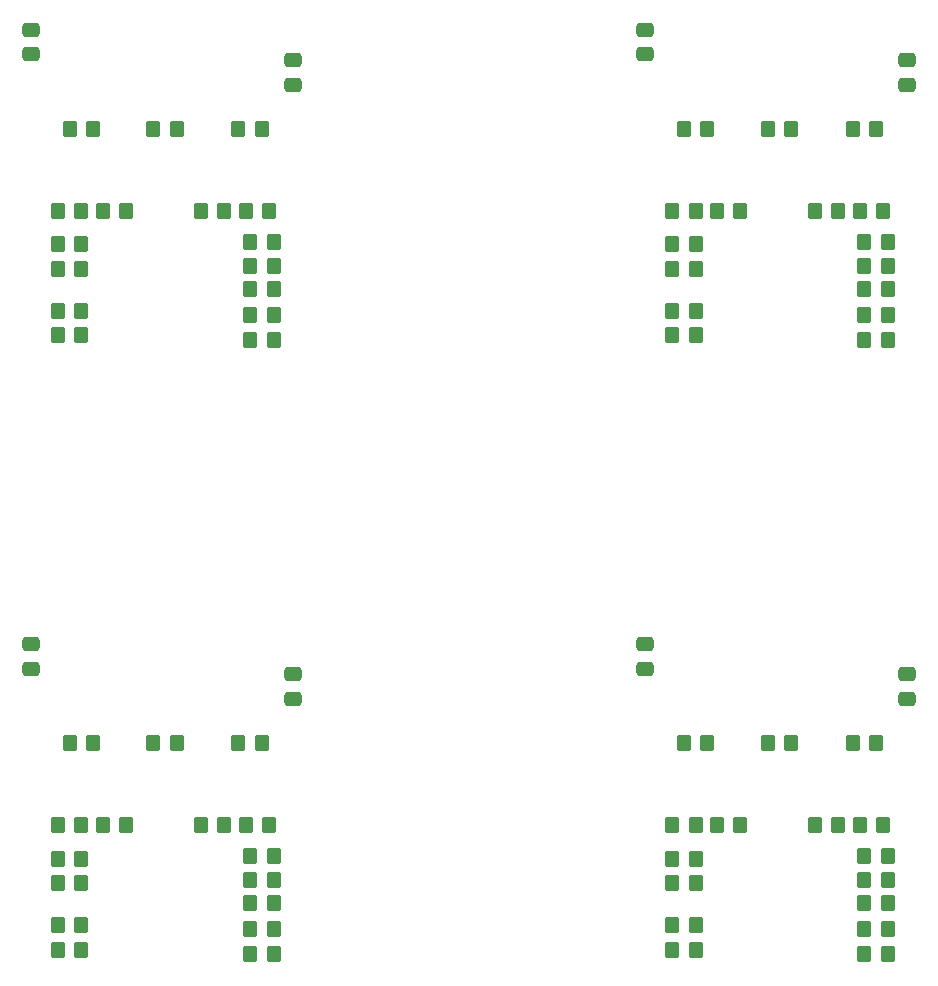
<source format=gbr>
%TF.GenerationSoftware,KiCad,Pcbnew,7.0.7-7.0.7~ubuntu22.04.1*%
%TF.CreationDate,2023-09-26T14:07:37+13:00*%
%TF.ProjectId,VCA,5643412e-6b69-4636-9164-5f7063625858,rev?*%
%TF.SameCoordinates,Original*%
%TF.FileFunction,Paste,Top*%
%TF.FilePolarity,Positive*%
%FSLAX46Y46*%
G04 Gerber Fmt 4.6, Leading zero omitted, Abs format (unit mm)*
G04 Created by KiCad (PCBNEW 7.0.7-7.0.7~ubuntu22.04.1) date 2023-09-26 14:07:37*
%MOMM*%
%LPD*%
G01*
G04 APERTURE LIST*
G04 Aperture macros list*
%AMRoundRect*
0 Rectangle with rounded corners*
0 $1 Rounding radius*
0 $2 $3 $4 $5 $6 $7 $8 $9 X,Y pos of 4 corners*
0 Add a 4 corners polygon primitive as box body*
4,1,4,$2,$3,$4,$5,$6,$7,$8,$9,$2,$3,0*
0 Add four circle primitives for the rounded corners*
1,1,$1+$1,$2,$3*
1,1,$1+$1,$4,$5*
1,1,$1+$1,$6,$7*
1,1,$1+$1,$8,$9*
0 Add four rect primitives between the rounded corners*
20,1,$1+$1,$2,$3,$4,$5,0*
20,1,$1+$1,$4,$5,$6,$7,0*
20,1,$1+$1,$6,$7,$8,$9,0*
20,1,$1+$1,$8,$9,$2,$3,0*%
G04 Aperture macros list end*
%ADD10RoundRect,0.250000X-0.350000X-0.450000X0.350000X-0.450000X0.350000X0.450000X-0.350000X0.450000X0*%
%ADD11RoundRect,0.250000X0.350000X0.450000X-0.350000X0.450000X-0.350000X-0.450000X0.350000X-0.450000X0*%
%ADD12RoundRect,0.250000X0.475000X-0.337500X0.475000X0.337500X-0.475000X0.337500X-0.475000X-0.337500X0*%
G04 APERTURE END LIST*
D10*
%TO.C,R16*%
X108019999Y-126700000D03*
X110019999Y-126700000D03*
%TD*%
D11*
%TO.C,R15*%
X110020000Y-70700000D03*
X108020000Y-70700000D03*
%TD*%
D10*
%TO.C,R6*%
X159020000Y-61100000D03*
X161020000Y-61100000D03*
%TD*%
%TO.C,R4*%
X147520000Y-68100000D03*
X149520000Y-68100000D03*
%TD*%
%TO.C,R8*%
X144720000Y-61100000D03*
X146720000Y-61100000D03*
%TD*%
D11*
%TO.C,R2*%
X145720000Y-130600000D03*
X143720000Y-130600000D03*
%TD*%
D10*
%TO.C,R6*%
X107019999Y-113100000D03*
X109019999Y-113100000D03*
%TD*%
D12*
%TO.C,C1*%
X163615000Y-57375000D03*
X163615000Y-55300000D03*
%TD*%
D10*
%TO.C,R6*%
X107020000Y-61100000D03*
X109020000Y-61100000D03*
%TD*%
%TO.C,R4*%
X95520000Y-68100000D03*
X97520000Y-68100000D03*
%TD*%
%TO.C,R8*%
X92719999Y-113100000D03*
X94719999Y-113100000D03*
%TD*%
%TO.C,R11*%
X99820000Y-61100000D03*
X101820000Y-61100000D03*
%TD*%
D11*
%TO.C,R2*%
X93720000Y-78600000D03*
X91720000Y-78600000D03*
%TD*%
D12*
%TO.C,C1*%
X163615000Y-109375000D03*
X163615000Y-107300000D03*
%TD*%
%TO.C,C2*%
X89449999Y-106812500D03*
X89449999Y-104737500D03*
%TD*%
D10*
%TO.C,R10*%
X107619999Y-120100000D03*
X109619999Y-120100000D03*
%TD*%
%TO.C,R8*%
X144720000Y-113100000D03*
X146720000Y-113100000D03*
%TD*%
D12*
%TO.C,C1*%
X111614999Y-109375000D03*
X111614999Y-107300000D03*
%TD*%
D10*
%TO.C,R1*%
X91720000Y-68100000D03*
X93720000Y-68100000D03*
%TD*%
%TO.C,R9*%
X155820000Y-120100000D03*
X157820000Y-120100000D03*
%TD*%
%TO.C,R10*%
X159620000Y-120100000D03*
X161620000Y-120100000D03*
%TD*%
%TO.C,R1*%
X143720000Y-68100000D03*
X145720000Y-68100000D03*
%TD*%
D11*
%TO.C,R7*%
X93719999Y-122900000D03*
X91719999Y-122900000D03*
%TD*%
D10*
%TO.C,R5*%
X91719999Y-125000000D03*
X93719999Y-125000000D03*
%TD*%
D11*
%TO.C,R3*%
X145720000Y-76500000D03*
X143720000Y-76500000D03*
%TD*%
D10*
%TO.C,R5*%
X143720000Y-125000000D03*
X145720000Y-125000000D03*
%TD*%
D12*
%TO.C,C2*%
X141450000Y-54812500D03*
X141450000Y-52737500D03*
%TD*%
D11*
%TO.C,R7*%
X145720000Y-70900000D03*
X143720000Y-70900000D03*
%TD*%
D10*
%TO.C,R10*%
X159620000Y-68100000D03*
X161620000Y-68100000D03*
%TD*%
%TO.C,R11*%
X151820000Y-113100000D03*
X153820000Y-113100000D03*
%TD*%
D12*
%TO.C,C2*%
X141450000Y-106812500D03*
X141450000Y-104737500D03*
%TD*%
D10*
%TO.C,R9*%
X103820000Y-68100000D03*
X105820000Y-68100000D03*
%TD*%
D11*
%TO.C,R12*%
X110019999Y-128900000D03*
X108019999Y-128900000D03*
%TD*%
%TO.C,R3*%
X93720000Y-76500000D03*
X91720000Y-76500000D03*
%TD*%
D10*
%TO.C,R4*%
X147520000Y-120100000D03*
X149520000Y-120100000D03*
%TD*%
%TO.C,R11*%
X99819999Y-113100000D03*
X101819999Y-113100000D03*
%TD*%
D11*
%TO.C,R2*%
X93719999Y-130600000D03*
X91719999Y-130600000D03*
%TD*%
D10*
%TO.C,R16*%
X160020000Y-126700000D03*
X162020000Y-126700000D03*
%TD*%
D11*
%TO.C,R12*%
X110020000Y-76900000D03*
X108020000Y-76900000D03*
%TD*%
%TO.C,R14*%
X110019999Y-131000000D03*
X108019999Y-131000000D03*
%TD*%
D10*
%TO.C,R5*%
X91720000Y-73000000D03*
X93720000Y-73000000D03*
%TD*%
%TO.C,R5*%
X143720000Y-73000000D03*
X145720000Y-73000000D03*
%TD*%
D11*
%TO.C,R13*%
X110019999Y-124700000D03*
X108019999Y-124700000D03*
%TD*%
%TO.C,R13*%
X110020000Y-72700000D03*
X108020000Y-72700000D03*
%TD*%
%TO.C,R14*%
X110020000Y-79000000D03*
X108020000Y-79000000D03*
%TD*%
%TO.C,R2*%
X145720000Y-78600000D03*
X143720000Y-78600000D03*
%TD*%
%TO.C,R7*%
X93720000Y-70900000D03*
X91720000Y-70900000D03*
%TD*%
%TO.C,R7*%
X145720000Y-122900000D03*
X143720000Y-122900000D03*
%TD*%
%TO.C,R13*%
X162020000Y-72700000D03*
X160020000Y-72700000D03*
%TD*%
%TO.C,R3*%
X93719999Y-128500000D03*
X91719999Y-128500000D03*
%TD*%
%TO.C,R15*%
X162020000Y-122700000D03*
X160020000Y-122700000D03*
%TD*%
D10*
%TO.C,R11*%
X151820000Y-61100000D03*
X153820000Y-61100000D03*
%TD*%
%TO.C,R9*%
X155820000Y-68100000D03*
X157820000Y-68100000D03*
%TD*%
%TO.C,R6*%
X159020000Y-113100000D03*
X161020000Y-113100000D03*
%TD*%
%TO.C,R1*%
X91719999Y-120100000D03*
X93719999Y-120100000D03*
%TD*%
D11*
%TO.C,R3*%
X145720000Y-128500000D03*
X143720000Y-128500000D03*
%TD*%
%TO.C,R12*%
X162020000Y-76900000D03*
X160020000Y-76900000D03*
%TD*%
D12*
%TO.C,C1*%
X111615000Y-57375000D03*
X111615000Y-55300000D03*
%TD*%
D10*
%TO.C,R10*%
X107620000Y-68100000D03*
X109620000Y-68100000D03*
%TD*%
%TO.C,R4*%
X95519999Y-120100000D03*
X97519999Y-120100000D03*
%TD*%
%TO.C,R16*%
X108020000Y-74700000D03*
X110020000Y-74700000D03*
%TD*%
D11*
%TO.C,R13*%
X162020000Y-124700000D03*
X160020000Y-124700000D03*
%TD*%
%TO.C,R15*%
X162020000Y-70700000D03*
X160020000Y-70700000D03*
%TD*%
D10*
%TO.C,R1*%
X143720000Y-120100000D03*
X145720000Y-120100000D03*
%TD*%
%TO.C,R9*%
X103819999Y-120100000D03*
X105819999Y-120100000D03*
%TD*%
%TO.C,R16*%
X160020000Y-74700000D03*
X162020000Y-74700000D03*
%TD*%
D12*
%TO.C,C2*%
X89450000Y-54812500D03*
X89450000Y-52737500D03*
%TD*%
D10*
%TO.C,R8*%
X92720000Y-61100000D03*
X94720000Y-61100000D03*
%TD*%
D11*
%TO.C,R15*%
X110019999Y-122700000D03*
X108019999Y-122700000D03*
%TD*%
%TO.C,R12*%
X162020000Y-128900000D03*
X160020000Y-128900000D03*
%TD*%
%TO.C,R14*%
X162020000Y-79000000D03*
X160020000Y-79000000D03*
%TD*%
%TO.C,R14*%
X162020000Y-131000000D03*
X160020000Y-131000000D03*
%TD*%
M02*

</source>
